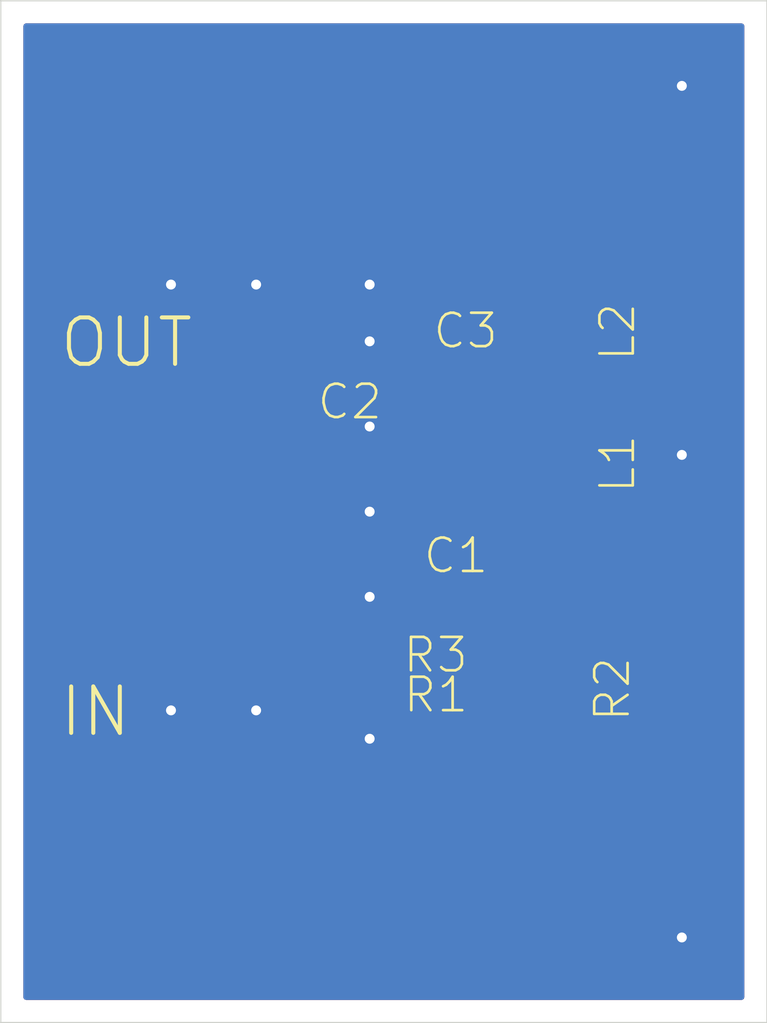
<source format=kicad_pcb>
(kicad_pcb (version 20240108) (generator "pcbnew") (generator_version "8.0")
  (layers (0 "F.Cu" signal) (31 "B.Cu" signal) (34 "B.Paste" user) (35 "F.Paste" user) (36 "B.SilkS" user "B.Silkscreen") (37 "F.SilkS" user "F.Silkscreen") (38 "B.Mask" user) (39 "F.Mask" user) (44 "Edge.Cuts" user))
  (net 0 "")
  (net 1 "GND")
  (net 2 "N$1")
  (net 3 "N$2")
  (net 4 "N$3")
  (net 5 "N$5")
  (footprint "Filter:R0805_334" (layer "F.Cu") (at 150.9011 108.0936 180)
    (property "Reference" "R3" (at -0.635 -1.27 0) (layer "F.SilkS") (effects (font (size 1.176528 1.176528) (thickness 0.093472)) (justify right top)))
    (property "Value" "150")
    (pad "1" smd rect (at -0.95 0 180) (size 1.3 1.5) (layers "F.Cu" "F.Paste" "F.Mask") (net 4 "N$3"))
    (pad "2" smd rect (at 0.95 0 180) (size 1.3 1.5) (layers "F.Cu" "F.Paste" "F.Mask") (net 1 "GND"))
  )
  (footprint "Filter:C0805_334" (layer "F.Cu") (at 151.3211 96.6736 180)
    (property "Reference" "C3" (at -1.27 -1.27 0) (layer "F.SilkS") (effects (font (size 1.176528 1.176528) (thickness 0.093472)) (justify right top)))
    (property "Value" "27pF")
    (pad "1" smd rect (at -0.95 0 180) (size 1.3 1.5) (layers "F.Cu" "F.Paste" "F.Mask") (net 2 "N$1"))
    (pad "2" smd rect (at 0.95 0 180) (size 1.3 1.5) (layers "F.Cu" "F.Paste" "F.Mask") (net 1 "GND"))
  )
  (footprint "Filter:C0805_334" (layer "F.Cu") (at 150.9811 104.5936 180)
    (property "Reference" "C1" (at -1.27 -1.27 0) (layer "F.SilkS") (effects (font (size 1.176528 1.176528) (thickness 0.093472)) (justify right top)))
    (property "Value" "33pF")
    (pad "1" smd rect (at -0.95 0 180) (size 1.3 1.5) (layers "F.Cu" "F.Paste" "F.Mask") (net 4 "N$3"))
    (pad "2" smd rect (at 0.95 0 180) (size 1.3 1.5) (layers "F.Cu" "F.Paste" "F.Mask") (net 1 "GND"))
  )
  (footprint "Filter:R0805_334" (layer "F.Cu") (at 150.7611 113.4136)
    (property "Reference" "R1" (at -1.635 -1.27 0) (layer "F.SilkS") (effects (font (size 1.176528 1.176528) (thickness 0.093472)) (justify left bottom)))
    (property "Value" "150")
    (pad "1" smd rect (at -0.95 0) (size 1.3 1.5) (layers "F.Cu" "F.Paste" "F.Mask") (net 1 "GND"))
    (pad "2" smd rect (at 0.95 0) (size 1.3 1.5) (layers "F.Cu" "F.Paste" "F.Mask") (net 5 "N$5"))
  )
  (footprint "Filter:COAX.141" (layer "F.Cu") (at 148.9011 92.5136 180)
    (property "Reference" "U$2" (hide yes))
    (property "Value" "COAX_CON_DIRECT" (hide yes))
    (pad "P$1" smd rect (at -3.363718 0 180) (size 4 2) (layers "F.Cu" "F.Paste" "F.Mask") (net 2 "N$1"))
    (pad "P$2" smd rect (at 6.545578 0 180) (size 10 5.588) (layers "F.Cu" "F.Paste" "F.Mask") (net 1 "GND"))
  )
  (footprint "Filter:L2012C_334" (layer "F.Cu") (at 154.6911 98.8636 90)
    (property "Reference" "L2" (at -0.905 2.73 90) (layer "F.SilkS") (effects (font (size 1.176528 1.176528) (thickness 0.093472)) (justify left bottom)))
    (property "Value" "82nH")
    (pad "1" smd rect (at -1 0 90) (size 1 1) (layers "F.Cu" "F.Paste" "F.Mask") (net 3 "N$2"))
    (pad "2" smd rect (at 1 0 90) (size 1 1) (layers "F.Cu" "F.Paste" "F.Mask") (net 2 "N$1"))
  )
  (footprint "Filter:L2012C_334" (layer "F.Cu") (at 154.6911 103.5136 90)
    (property "Reference" "L1" (at -0.905 2.73 90) (layer "F.SilkS") (effects (font (size 1.176528 1.176528) (thickness 0.093472)) (justify left bottom)))
    (property "Value" "82nH")
    (pad "1" smd rect (at -1 0 90) (size 1 1) (layers "F.Cu" "F.Paste" "F.Mask") (net 4 "N$3"))
    (pad "2" smd rect (at 1 0 90) (size 1 1) (layers "F.Cu" "F.Paste" "F.Mask") (net 3 "N$2"))
  )
  (footprint "Filter:COAX.141" (layer "F.Cu") (at 149.4011 117.1636 180)
    (property "Reference" "U$1" (hide yes))
    (property "Value" "COAX_CON_DIRECT" (hide yes))
    (pad "P$1" smd rect (at -3.363718 0 180) (size 4 2) (layers "F.Cu" "F.Paste" "F.Mask") (net 5 "N$5"))
    (pad "P$2" smd rect (at 6.545578 0 180) (size 10 5.588) (layers "F.Cu" "F.Paste" "F.Mask") (net 1 "GND"))
  )
  (footprint "Filter:R0805_334" (layer "F.Cu") (at 154.5911 110.6836 -90)
    (property "Reference" "R2" (at -0.635 -1.27 90) (layer "F.SilkS") (effects (font (size 1.176528 1.176528) (thickness 0.093472)) (justify right top)))
    (property "Value" "37")
    (pad "1" smd rect (at -0.95 0 270) (size 1.3 1.5) (layers "F.Cu" "F.Paste" "F.Mask") (net 4 "N$3"))
    (pad "2" smd rect (at 0.95 0 270) (size 1.3 1.5) (layers "F.Cu" "F.Paste" "F.Mask") (net 5 "N$5"))
  )
  (footprint "Filter:C0805_334" (layer "F.Cu") (at 151.2411 101.1736 180)
    (property "Reference" "C2" (at 2.73 0.73 0) (layer "F.SilkS") (effects (font (size 1.176528 1.176528) (thickness 0.093472)) (justify right top)))
    (property "Value" "51pF")
    (pad "1" smd rect (at -0.95 0 180) (size 1.3 1.5) (layers "F.Cu" "F.Paste" "F.Mask") (net 3 "N$2"))
    (pad "2" smd rect (at 0.95 0 180) (size 1.3 1.5) (layers "F.Cu" "F.Paste" "F.Mask") (net 1 "GND"))
  )
  (gr_line (start 162.0011 123.0036) (end 162.0011 87.0036) (stroke (width 0.05)) (layer "Edge.Cuts"))
  (gr_line (start 135.0011 123.0036) (end 162.0011 123.0036) (stroke (width 0.05)) (layer "Edge.Cuts"))
  (gr_line (start 162.0011 87.0036) (end 135.0011 87.0036) (stroke (width 0.05)) (layer "Edge.Cuts"))
  (gr_line (start 135.0011 87.0036) (end 135.0011 123.0036) (stroke (width 0.05)) (layer "Edge.Cuts"))
  (gr_text "OUT" (at 137.0011 100.0036 0) (layer "F.SilkS") (effects (font (size 1.63576 1.63576) (thickness 0.14224)) (justify left bottom)))
  (gr_text "IN" (at 137.0011 113.0036 0) (layer "F.SilkS") (effects (font (size 1.63576 1.63576) (thickness 0.14224)) (justify left bottom)))
  (via (at 141.0011 97.0036) (size 0.7564) (drill 0.35) (layers "F.Cu" "B.Cu") (net 1))
  (via (at 141.0011 112.0036) (size 0.7564) (drill 0.35) (layers "F.Cu" "B.Cu") (net 1))
  (via (at 159.0011 120.0036) (size 0.7564) (drill 0.35) (layers "F.Cu" "B.Cu") (net 1))
  (via (at 159.0011 90.0036) (size 0.7564) (drill 0.35) (layers "F.Cu" "B.Cu") (net 1))
  (via (at 148.0011 102.0036) (size 0.7564) (drill 0.35) (layers "F.Cu" "B.Cu") (net 1))
  (via (at 148.0011 105.0036) (size 0.7564) (drill 0.35) (layers "F.Cu" "B.Cu") (net 1))
  (via (at 148.0011 97.0036) (size 0.7564) (drill 0.35) (layers "F.Cu" "B.Cu") (net 1))
  (via (at 148.0011 113.0036) (size 0.7564) (drill 0.35) (layers "F.Cu" "B.Cu") (net 1))
  (via (at 148.0011 108.0036) (size 0.7564) (drill 0.35) (layers "F.Cu" "B.Cu") (net 1))
  (via (at 159.0011 103.0036) (size 0.7564) (drill 0.35) (layers "F.Cu" "B.Cu") (net 1))
  (via (at 148.0011 99.0036) (size 0.7564) (drill 0.35) (layers "F.Cu" "B.Cu") (net 1))
  (via (at 144.0011 112.0036) (size 0.7564) (drill 0.35) (layers "F.Cu" "B.Cu") (net 1))
  (via (at 144.0011 97.0036) (size 0.7564) (drill 0.35) (layers "F.Cu" "B.Cu") (net 1))
  (segment (start 152.264818 96.667319) (end 152.2711 96.6736) (width 0.4064) (layer "F.Cu") (net 2))
  (segment (start 152.2711 96.6736) (end 153.4611 97.8636) (width 0.4064) (layer "F.Cu") (net 2))
  (segment (start 153.4611 97.8636) (end 154.6911 97.8636) (width 0.4064) (layer "F.Cu") (net 2))
  (segment (start 152.264818 92.5136) (end 152.264818 96.667319) (width 0.4064) (layer "F.Cu") (net 2))
  (segment (start 152.3611 101.0036) (end 154.6911 101.0036) (width 0.4064) (layer "F.Cu") (net 3))
  (segment (start 154.6911 101.0036) (end 154.6911 102.5136) (width 0.4064) (layer "F.Cu") (net 3))
  (segment (start 154.6911 99.8636) (end 154.6911 101.0036) (width 0.4064) (layer "F.Cu") (net 3))
  (segment (start 152.1911 101.1736) (end 152.3611 101.0036) (width 0.4064) (layer "F.Cu") (net 3))
  (segment (start 152.9511 108.0936) (end 151.8511 108.0936) (width 0.4064) (layer "F.Cu") (net 4))
  (segment (start 154.6911 104.5136) (end 152.0111 104.5136) (width 0.4064) (layer "F.Cu") (net 4))
  (segment (start 154.6911 104.5136) (end 154.6911 109.6336) (width 0.4064) (layer "F.Cu") (net 4))
  (segment (start 152.0111 104.5136) (end 151.9311 104.5936) (width 0.4064) (layer "F.Cu") (net 4))
  (segment (start 154.6911 109.6336) (end 154.5911 109.7336) (width 0.4064) (layer "F.Cu") (net 4))
  (segment (start 154.5911 109.7336) (end 152.9511 108.0936) (width 0.4064) (layer "F.Cu") (net 4))
  (segment (start 153.4911 111.6336) (end 151.7111 113.4136) (width 0.4064) (layer "F.Cu") (net 5))
  (segment (start 154.5911 111.6336) (end 153.4911 111.6336) (width 0.4064) (layer "F.Cu") (net 5))
  (segment (start 151.7111 113.4136) (end 152.764818 114.467319) (width 0.4064) (layer "F.Cu") (net 5))
  (segment (start 152.764818 114.467319) (end 152.764818 117.1636) (width 0.4064) (layer "F.Cu") (net 5))
  (zone (net 1) (net_name "GND") (layer "F.Cu") (priority 6) (connect_pads (clearance 0.000001)) (min_thickness 0.2032) (fill yes (thermal_gap 0.4564) (thermal_bridge_width 0.4564))
    (polygon (pts (xy 161.2043 122.2068) (xy 135.7979 122.2068) (xy 135.7979 87.8004) (xy 161.2043 87.8004)))
  )
  (zone (net 1) (net_name "GND") (layer "B.Cu") (priority 6) (connect_pads (clearance 0.000001)) (min_thickness 0.2032) (fill yes (thermal_gap 0.4564) (thermal_bridge_width 0.4564))
    (polygon (pts (xy 161.2043 122.2068) (xy 135.7979 122.2068) (xy 135.7979 87.8004) (xy 161.2043 87.8004)))
  )
)
</source>
